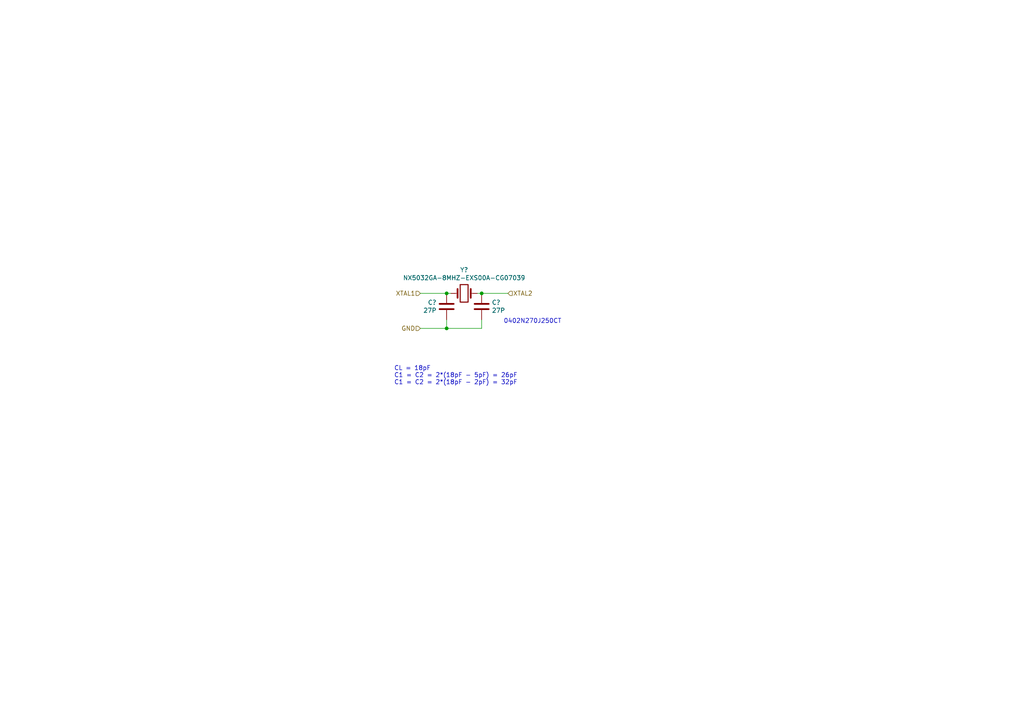
<source format=kicad_sch>
(kicad_sch (version 20211123) (generator eeschema)
  (paper "A4")
  (lib_symbols
    (symbol "Device:C" (pin_numbers hide) (pin_names (offset 0.254))
      (property "Reference" "C" (at 0.635 2.54 0))
      (property "Value" "C" (at 0.635 -2.54 0))
      (symbol "C_0_1"
        (polyline (pts (xy -2.032 -0.762) (xy 2.032 -0.762)) (stroke (width 0.508)))
        (polyline (pts (xy -2.032 0.762) (xy 2.032 0.762)) (stroke (width 0.508)))
      )
      (symbol "C_1_1"
        (pin passive line (at 0 3.81 270) (length 2.794) (name "~") (number "1"))
        (pin passive line (at 0 -3.81 90) (length 2.794) (name "~") (number "2"))
      )
    )
    (symbol "Device:Crystal" (pin_numbers hide) (pin_names (offset 1.016) hide)
      (property "Reference" "Y" (at 0 3.81 0))
      (property "Value" "Crystal" (at 0 -3.81 0))
      (symbol "Crystal_0_1"
        (rectangle (start -1.143 2.54) (end 1.143 -2.54) (stroke (width 0.3048)))
        (polyline (pts (xy -2.54 0) (xy -1.905 0)))
        (polyline (pts (xy -1.905 -1.27) (xy -1.905 1.27)) (stroke (width 0.508)))
        (polyline (pts (xy 1.905 -1.27) (xy 1.905 1.27)) (stroke (width 0.508)))
        (polyline (pts (xy 2.54 0) (xy 1.905 0)))
      )
      (symbol "Crystal_1_1"
        (pin passive line (at -3.81 0 0) (length 1.27) (name "1") (number "1"))
        (pin passive line (at 3.81 0 180) (length 1.27) (name "2") (number "2"))
      )
    )
  )
  (junction (at 129.54 95.25))
  (junction (at 139.7 85.09))
  (junction (at 129.54 85.09))
  (wire (pts (xy 139.7 95.25) (xy 139.7 92.71)))
  (wire (pts (xy 147.32 85.09) (xy 139.7 85.09)))
  (wire (pts (xy 129.54 95.25) (xy 129.54 92.71)))
  (wire (pts (xy 129.54 85.09) (xy 121.92 85.09)))
  (wire (pts (xy 139.7 85.09) (xy 138.43 85.09)))
  (wire (pts (xy 130.81 85.09) (xy 129.54 85.09)))
  (wire (pts (xy 121.92 95.25) (xy 129.54 95.25)))
  (wire (pts (xy 129.54 95.25) (xy 139.7 95.25)))
  (text "0402N270J250CT" (at 146.05 93.98 0) (effects (font (size 1.27 1.27)) (justify left bottom)))
  (text "CL = 18pF\nC1 = C2 = 2*(18pF - 5pF) = 26pF\nC1 = C2 = 2*(18pF - 2pF) = 32pF" (at 114.3 111.76 0) (effects (font (size 1.27 1.27)) (justify left bottom)))
  (hierarchical_label "GND" (shape input) (at 121.92 95.25 180))
  (hierarchical_label "XTAL2" (shape input) (at 147.32 85.09 0))
  (hierarchical_label "XTAL1" (shape input) (at 121.92 85.09 180))
  (symbol (lib_id "Device:Crystal") (at 134.62 85.09 0) (unit 1)
    (property "Reference" "Y?" (at 134.62 78.2828 0))
    (property "Value" "NX5032GA-8MHZ-EXS00A-CG07039" (at 134.62 80.5942 0))
    (property "Footprint" "william_crystal:Crystal_SMD_5032-2Pin_5.0x3.2mm" (effects hide))
  )
  (symbol (lib_id "Device:C") (at 129.54 88.9 0) (mirror x) (unit 1)
    (property "Reference" "C?" (at 126.6444 87.7316 0) (effects (justify right)))
    (property "Value" "27P" (at 126.6444 90.043 0) (effects (justify right)))
    (property "Footprint" "Capacitor_SMD:C_0402_1005Metric" (effects hide))
  )
  (symbol (lib_id "Device:C") (at 139.7 88.9 0) (mirror y) (unit 1)
    (property "Reference" "C?" (at 142.621 87.7316 0) (effects (justify right)))
    (property "Value" "27P" (at 142.621 90.043 0) (effects (justify right)))
    (property "Footprint" "Capacitor_SMD:C_0402_1005Metric" (effects hide))
  )
)
</source>
